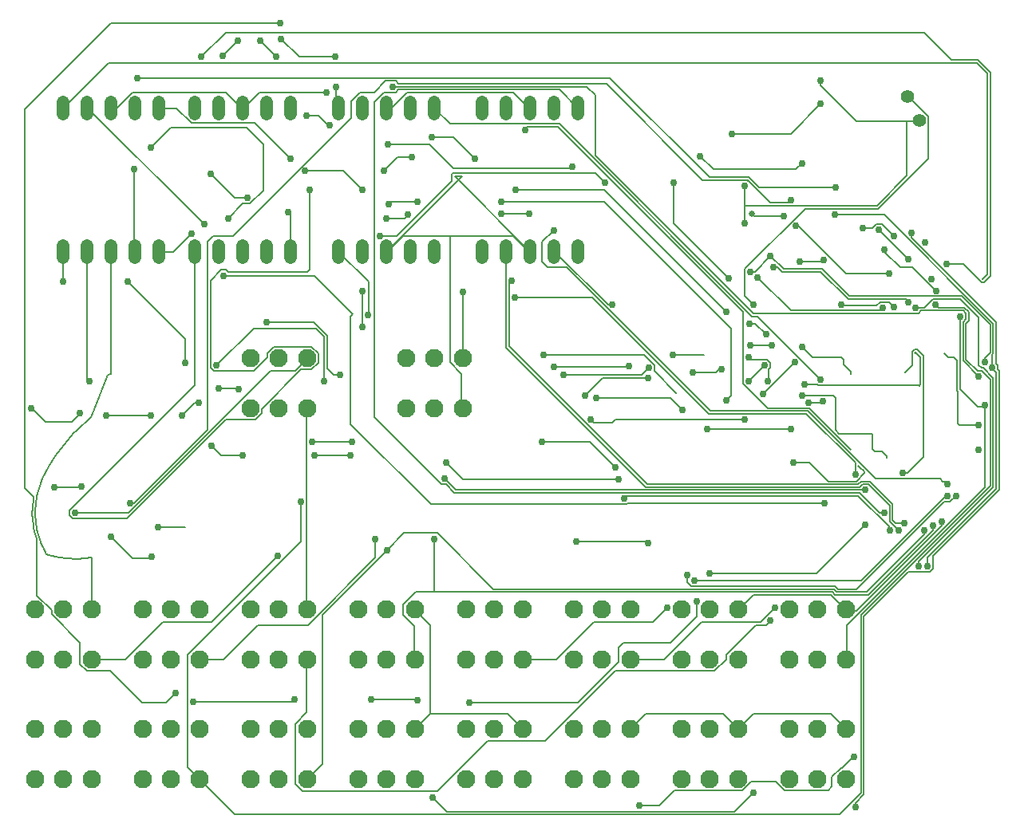
<source format=gbr>
G04 EAGLE Gerber RS-274X export*
G75*
%MOMM*%
%FSLAX34Y34*%
%LPD*%
%INBottom Copper*%
%IPPOS*%
%AMOC8*
5,1,8,0,0,1.08239X$1,22.5*%
G01*
%ADD10C,1.320800*%
%ADD11C,1.950000*%
%ADD12C,1.397000*%
%ADD13C,0.152400*%
%ADD14C,0.756400*%
%ADD15C,0.656400*%
%ADD16C,0.152400*%


D10*
X203200Y602996D02*
X203200Y616204D01*
X228600Y616204D02*
X228600Y602996D01*
X254000Y602996D02*
X254000Y616204D01*
X279400Y616204D02*
X279400Y602996D01*
X304800Y602996D02*
X304800Y616204D01*
X304800Y755396D02*
X304800Y768604D01*
X279400Y768604D02*
X279400Y755396D01*
X254000Y755396D02*
X254000Y768604D01*
X228600Y768604D02*
X228600Y755396D01*
X203200Y755396D02*
X203200Y768604D01*
X63500Y616204D02*
X63500Y602996D01*
X88900Y602996D02*
X88900Y616204D01*
X114300Y616204D02*
X114300Y602996D01*
X139700Y602996D02*
X139700Y616204D01*
X165100Y616204D02*
X165100Y602996D01*
X165100Y755396D02*
X165100Y768604D01*
X139700Y768604D02*
X139700Y755396D01*
X114300Y755396D02*
X114300Y768604D01*
X88900Y768604D02*
X88900Y755396D01*
X63500Y755396D02*
X63500Y768604D01*
D11*
X147800Y102700D03*
X177800Y102700D03*
X207800Y102700D03*
X147800Y49700D03*
X177800Y49700D03*
X207800Y49700D03*
X33500Y102700D03*
X63500Y102700D03*
X93500Y102700D03*
X33500Y49700D03*
X63500Y49700D03*
X93500Y49700D03*
D10*
X355600Y602996D02*
X355600Y616204D01*
X381000Y616204D02*
X381000Y602996D01*
X406400Y602996D02*
X406400Y616204D01*
X431800Y616204D02*
X431800Y602996D01*
X457200Y602996D02*
X457200Y616204D01*
X457200Y755396D02*
X457200Y768604D01*
X431800Y768604D02*
X431800Y755396D01*
X406400Y755396D02*
X406400Y768604D01*
X381000Y768604D02*
X381000Y755396D01*
X355600Y755396D02*
X355600Y768604D01*
X508000Y616204D02*
X508000Y602996D01*
X533400Y602996D02*
X533400Y616204D01*
X558800Y616204D02*
X558800Y602996D01*
X584200Y602996D02*
X584200Y616204D01*
X609600Y616204D02*
X609600Y602996D01*
X609600Y755396D02*
X609600Y768604D01*
X584200Y768604D02*
X584200Y755396D01*
X558800Y755396D02*
X558800Y768604D01*
X533400Y768604D02*
X533400Y755396D01*
X508000Y755396D02*
X508000Y768604D01*
D11*
X262100Y102700D03*
X292100Y102700D03*
X322100Y102700D03*
X262100Y49700D03*
X292100Y49700D03*
X322100Y49700D03*
X376400Y102700D03*
X406400Y102700D03*
X436400Y102700D03*
X376400Y49700D03*
X406400Y49700D03*
X436400Y49700D03*
X490700Y102700D03*
X520700Y102700D03*
X550700Y102700D03*
X490700Y49700D03*
X520700Y49700D03*
X550700Y49700D03*
X605000Y102700D03*
X635000Y102700D03*
X665000Y102700D03*
X605000Y49700D03*
X635000Y49700D03*
X665000Y49700D03*
X719300Y102700D03*
X749300Y102700D03*
X779300Y102700D03*
X719300Y49700D03*
X749300Y49700D03*
X779300Y49700D03*
X719300Y229700D03*
X749300Y229700D03*
X779300Y229700D03*
X719300Y176700D03*
X749300Y176700D03*
X779300Y176700D03*
X833600Y102700D03*
X863600Y102700D03*
X893600Y102700D03*
X833600Y49700D03*
X863600Y49700D03*
X893600Y49700D03*
X33500Y229700D03*
X63500Y229700D03*
X93500Y229700D03*
X33500Y176700D03*
X63500Y176700D03*
X93500Y176700D03*
X147800Y229700D03*
X177800Y229700D03*
X207800Y229700D03*
X147800Y176700D03*
X177800Y176700D03*
X207800Y176700D03*
X262100Y229700D03*
X292100Y229700D03*
X322100Y229700D03*
X262100Y176700D03*
X292100Y176700D03*
X322100Y176700D03*
X376400Y229700D03*
X406400Y229700D03*
X436400Y229700D03*
X376400Y176700D03*
X406400Y176700D03*
X436400Y176700D03*
X490700Y229700D03*
X520700Y229700D03*
X550700Y229700D03*
X490700Y176700D03*
X520700Y176700D03*
X550700Y176700D03*
X605000Y229700D03*
X635000Y229700D03*
X665000Y229700D03*
X605000Y176700D03*
X635000Y176700D03*
X665000Y176700D03*
X833600Y229700D03*
X863600Y229700D03*
X893600Y229700D03*
X833600Y176700D03*
X863600Y176700D03*
X893600Y176700D03*
X262100Y496400D03*
X292100Y496400D03*
X322100Y496400D03*
X262100Y443400D03*
X292100Y443400D03*
X322100Y443400D03*
X427200Y496400D03*
X457200Y496400D03*
X487200Y496400D03*
X427200Y443400D03*
X457200Y443400D03*
X487200Y443400D03*
D12*
X971550Y749300D03*
X958850Y774700D03*
D13*
X682752Y301752D02*
X684276Y300228D01*
X682752Y301752D02*
X608076Y301752D01*
X120396Y762000D02*
X114300Y762000D01*
X120396Y762000D02*
X137160Y778764D01*
X236220Y778764D01*
X252984Y762000D01*
X254000Y762000D01*
X867156Y786384D02*
X867156Y790956D01*
X867156Y786384D02*
X905256Y748284D01*
X958596Y748284D02*
X970788Y748284D01*
X958596Y748284D02*
X905256Y748284D01*
X970788Y748284D02*
X971550Y749300D01*
X428244Y778764D02*
X411480Y762000D01*
X428244Y778764D02*
X541020Y778764D01*
X557784Y762000D01*
X558800Y762000D01*
X786384Y679704D02*
X786384Y658368D01*
X786384Y640080D01*
X958596Y690372D02*
X958596Y748284D01*
X958596Y690372D02*
X926592Y658368D01*
X786384Y658368D01*
X271272Y778764D02*
X254508Y762000D01*
X271272Y778764D02*
X342900Y778764D01*
X254508Y762000D02*
X254000Y762000D01*
D14*
X684276Y300228D03*
X608076Y301752D03*
X867156Y790956D03*
X786384Y640080D03*
X786384Y679704D03*
X342900Y778764D03*
D13*
X406400Y762000D02*
X411480Y762000D01*
X480060Y356616D02*
X914400Y356616D01*
X480060Y356616D02*
X467868Y368808D01*
X213360Y638556D02*
X89916Y762000D01*
X88900Y762000D01*
D14*
X914400Y356616D03*
X467868Y368808D03*
X213360Y638556D03*
D13*
X534924Y118872D02*
X550164Y103632D01*
X534924Y118872D02*
X452628Y118872D01*
X437388Y103632D01*
X550164Y103632D02*
X550700Y102700D01*
X437388Y103632D02*
X436400Y102700D01*
X995172Y318516D02*
X995172Y323088D01*
X995172Y318516D02*
X905256Y228600D01*
X894588Y228600D01*
X893600Y229700D01*
X877824Y118872D02*
X893064Y103632D01*
X877824Y118872D02*
X795528Y118872D01*
X780288Y103632D01*
X893064Y103632D02*
X893600Y102700D01*
X780288Y103632D02*
X779300Y102700D01*
X893064Y230124D02*
X877824Y245364D01*
X795528Y245364D01*
X780288Y230124D01*
X893064Y230124D02*
X893600Y229700D01*
X780288Y230124D02*
X779300Y229700D01*
X763524Y118872D02*
X778764Y103632D01*
X763524Y118872D02*
X681228Y118872D01*
X665988Y103632D01*
X778764Y103632D02*
X779300Y102700D01*
X665988Y103632D02*
X665000Y102700D01*
X452628Y118872D02*
X452628Y213360D01*
X437388Y228600D01*
X436400Y229700D01*
X406908Y609600D02*
X423672Y626364D01*
X473964Y626364D02*
X541020Y626364D01*
X473964Y626364D02*
X423672Y626364D01*
X541020Y626364D02*
X557784Y609600D01*
X558800Y609600D01*
X960120Y774192D02*
X981456Y752856D01*
X981456Y708660D01*
X928116Y655320D01*
X850392Y655320D01*
X786384Y591312D01*
X786384Y562356D01*
X795528Y553212D01*
X958850Y774700D02*
X960120Y774192D01*
X486156Y480060D02*
X486156Y443484D01*
X486156Y480060D02*
X473964Y492252D01*
X473964Y626364D01*
X486156Y443484D02*
X487200Y443400D01*
X321564Y441960D02*
X321564Y230124D01*
X322100Y229700D01*
X321564Y441960D02*
X322100Y443400D01*
D14*
X995172Y323088D03*
X795528Y553212D03*
D13*
X486506Y689706D02*
X406400Y609600D01*
X114300Y609600D02*
X114300Y479845D01*
X478894Y689506D02*
X558800Y609600D01*
X93500Y285356D02*
X93500Y229700D01*
X482600Y690070D02*
X486506Y689706D01*
X482600Y690070D02*
X478894Y689506D01*
X114300Y479845D02*
X110994Y478476D01*
X95209Y439572D02*
X92995Y434116D01*
X95209Y439572D02*
X95209Y439572D01*
X110994Y478476D01*
X93500Y285356D02*
X78500Y283278D01*
X59461Y285243D02*
X48500Y287112D01*
X59461Y285243D02*
X67539Y284233D01*
X78500Y283278D01*
X48500Y287112D02*
X45405Y288402D01*
X77767Y419857D02*
X92995Y434116D01*
X77767Y419857D02*
X74633Y416678D01*
X54589Y392860D01*
X48096Y381090D02*
X41505Y369142D01*
X48096Y381090D02*
X54589Y392860D01*
X41505Y369142D02*
X40226Y365990D01*
X35342Y349870D01*
X33792Y333799D01*
X33815Y330665D01*
X35576Y314747D01*
X40629Y298877D01*
X41946Y295762D01*
X45405Y288402D01*
X989076Y553212D02*
X992124Y550164D01*
X1019556Y550164D01*
X1024128Y545592D01*
X1024128Y536448D01*
X1021080Y533400D01*
X1021080Y495300D01*
X1033272Y483108D01*
X1037844Y483108D01*
X1046988Y473964D01*
X1046988Y361188D01*
X909828Y224028D01*
X909828Y35052D01*
X886968Y12192D01*
X245364Y12192D01*
X208788Y48768D01*
X207800Y49700D01*
D14*
X989076Y553212D03*
D13*
X315468Y344424D02*
X315468Y301752D01*
X195072Y181356D01*
X195072Y62484D01*
X207264Y50292D01*
X207800Y49700D01*
D14*
X315468Y344424D03*
D13*
X387350Y577850D02*
X355600Y609600D01*
X387350Y577850D02*
X387350Y542290D01*
X387124Y542290D01*
D14*
X387124Y542290D03*
X573251Y499591D03*
D13*
X690598Y482882D02*
X713740Y459740D01*
X690598Y482882D02*
X690598Y488924D01*
X679931Y499591D02*
X573251Y499591D01*
X679931Y499591D02*
X690598Y488924D01*
D14*
X869950Y600710D03*
D13*
X868680Y599440D01*
X844550Y599440D01*
D14*
X844550Y599440D03*
D13*
X807720Y489204D02*
X790956Y472440D01*
X684276Y475488D02*
X635508Y475488D01*
X617220Y457200D01*
X233172Y176784D02*
X208788Y176784D01*
X233172Y176784D02*
X269748Y213360D01*
X323088Y213360D01*
X394716Y284988D01*
X394716Y304800D01*
X208788Y176784D02*
X207800Y176700D01*
D14*
X807720Y489204D03*
X790956Y472440D03*
X684276Y475488D03*
X617220Y457200D03*
X394716Y304800D03*
D13*
X967740Y550164D02*
X976884Y550164D01*
X986028Y559308D01*
X1014984Y559308D01*
X1034796Y539496D01*
X1034796Y489204D01*
X1037844Y486156D01*
X1039368Y486156D01*
X1050036Y475488D01*
X1050036Y359664D01*
X970788Y280416D01*
X970788Y275844D01*
X321564Y175260D02*
X321564Y120396D01*
X309372Y108204D01*
X309372Y44196D01*
X316992Y36576D01*
X460248Y36576D01*
X513588Y89916D01*
X574548Y89916D01*
X649224Y164592D01*
X754380Y164592D01*
X766572Y176784D01*
X766572Y181356D01*
X798576Y213360D01*
X809244Y213360D01*
X813816Y217932D01*
X322100Y176700D02*
X321564Y175260D01*
D14*
X967740Y550164D03*
X970788Y275844D03*
X813816Y217932D03*
D13*
X806196Y458724D02*
X839724Y492252D01*
X786384Y431292D02*
X649224Y431292D01*
X646176Y428244D01*
X626364Y428244D01*
X623316Y431292D01*
X129540Y176784D02*
X94488Y176784D01*
X129540Y176784D02*
X169164Y216408D01*
X220980Y216408D01*
X291084Y286512D01*
X94488Y176784D02*
X93500Y176700D01*
D14*
X839724Y492252D03*
X806196Y458724D03*
X786384Y431292D03*
X623316Y431292D03*
X291084Y286512D03*
D13*
X832104Y661416D02*
X835152Y664464D01*
X832104Y661416D02*
X813816Y661416D01*
X790321Y684911D02*
X789432Y685800D01*
X790321Y684911D02*
X813816Y661416D01*
X620268Y787908D02*
X419100Y787908D01*
X416052Y790956D01*
X405384Y790956D01*
X393192Y778764D01*
X377952Y778764D01*
X368808Y769620D01*
X368808Y751332D01*
X243840Y626364D01*
X222504Y626364D01*
X216408Y620268D01*
X216408Y420624D01*
X138684Y342900D01*
X134112Y342900D01*
D14*
X835152Y664464D03*
X134112Y342900D03*
D13*
X789759Y684911D02*
X790321Y684911D01*
X789759Y684911D02*
X788898Y685772D01*
X741708Y685772D01*
X639572Y787908D02*
X620268Y787908D01*
X639572Y787908D02*
X741708Y685772D01*
X894588Y213360D02*
X894588Y176784D01*
X894588Y213360D02*
X1040892Y359664D01*
X1040892Y445008D01*
X1014984Y463296D02*
X1014984Y541020D01*
X1014984Y463296D02*
X1033272Y445008D01*
X1040892Y445008D01*
X1040892Y446532D01*
D14*
X1040892Y446532D03*
X1014984Y541020D03*
D13*
X894588Y176784D02*
X893600Y176700D01*
X1048512Y486156D02*
X1048512Y499872D01*
X1050036Y501396D01*
X1050036Y533400D01*
X934212Y649224D01*
X882396Y649224D01*
X701040Y176784D02*
X665988Y176784D01*
X701040Y176784D02*
X740664Y216408D01*
X803148Y216408D01*
X818388Y231648D01*
X979932Y275844D02*
X979932Y284988D01*
X1053084Y358140D01*
X1053084Y481584D01*
X1048512Y486156D01*
D14*
X1048512Y486156D03*
X882396Y649224D03*
X818388Y231648D03*
X979932Y275844D03*
D13*
X665988Y176784D02*
X665000Y176700D01*
X1040892Y492252D02*
X1040892Y496824D01*
X1046988Y502920D01*
X1046988Y531876D01*
X1016508Y562356D01*
X897636Y562356D01*
X868680Y591312D01*
X827532Y591312D01*
X813816Y605028D01*
D14*
X1040892Y492252D03*
X813816Y605028D03*
D13*
X487680Y566928D02*
X487680Y496824D01*
X792480Y588264D02*
X797052Y588264D01*
X813816Y605028D01*
D14*
X487680Y566928D03*
X792480Y588264D03*
D13*
X487680Y496824D02*
X487200Y496400D01*
X1018032Y493776D02*
X1034796Y477012D01*
X1018032Y501650D02*
X1018032Y534924D01*
X1018032Y501650D02*
X1018032Y493776D01*
X1018032Y534924D02*
X1021080Y537972D01*
X1021080Y544068D01*
X1018032Y547116D01*
X973836Y547116D01*
X970788Y544068D01*
X795528Y544068D01*
X627888Y711708D01*
X627888Y775716D01*
X618744Y784860D01*
X413004Y784860D01*
X132588Y332232D02*
X76200Y332232D01*
X132588Y332232D02*
X283464Y483108D01*
X309372Y483108D01*
X321564Y495300D01*
X322100Y496400D01*
D14*
X1034796Y477012D03*
X413004Y784860D03*
X76200Y332232D03*
D13*
X998220Y365760D02*
X1001268Y362712D01*
X998220Y365760D02*
X996696Y365760D01*
X993648Y368808D01*
X925068Y368808D01*
X853440Y440436D01*
X749808Y440436D01*
X597408Y592836D01*
X577596Y592836D01*
X571500Y598932D01*
X571500Y620268D01*
X583692Y632460D01*
D14*
X1001268Y362712D03*
X583692Y632460D03*
D13*
X586740Y176784D02*
X551688Y176784D01*
X586740Y176784D02*
X626364Y216408D01*
X688848Y216408D01*
X704088Y231648D01*
X733044Y260604D02*
X909828Y260604D01*
X999744Y350520D01*
X1001268Y350520D01*
D14*
X704088Y231648D03*
X733044Y260604D03*
X1001268Y350520D03*
D13*
X551688Y176784D02*
X550700Y176700D01*
X775716Y15240D02*
X795528Y35052D01*
X775716Y15240D02*
X470916Y15240D01*
X455676Y30480D01*
D14*
X795528Y35052D03*
X455676Y30480D03*
D13*
X976884Y309372D02*
X976884Y313944D01*
X976884Y309372D02*
X915924Y248412D01*
X883920Y248412D01*
X880872Y251460D01*
X519684Y251460D01*
X460248Y310896D01*
X425196Y310896D01*
X406908Y292608D02*
X338328Y224028D01*
X406908Y292608D02*
X425196Y310896D01*
X338328Y224028D02*
X338328Y65532D01*
X323088Y50292D01*
X322100Y49700D01*
D14*
X976884Y313944D03*
X406908Y292608D03*
D13*
X986028Y313944D02*
X986028Y318516D01*
X986028Y313944D02*
X917448Y245364D01*
X882396Y245364D01*
X879348Y248412D01*
X457200Y248412D02*
X437388Y248412D01*
X457200Y248412D02*
X879348Y248412D01*
X437388Y248412D02*
X423672Y234696D01*
X423672Y224028D01*
X435864Y211836D01*
X435864Y176784D01*
X436400Y176700D01*
X457200Y248412D02*
X457200Y304800D01*
D14*
X986028Y318516D03*
X457200Y304800D03*
D13*
X800100Y582168D02*
X835152Y547116D01*
X929640Y547116D01*
X932688Y550164D01*
D14*
X800100Y582168D03*
X932688Y550164D03*
D13*
X355600Y762000D02*
X353060Y764540D01*
X353060Y784860D01*
D14*
X353060Y784860D03*
X351790Y816610D03*
D13*
X313690Y816610D01*
X294640Y835660D01*
D14*
X294640Y835660D03*
X293370Y852170D03*
D13*
X114300Y852170D01*
X23142Y761012D01*
X32059Y349546D02*
X32220Y349245D01*
X30862Y335168D01*
X30735Y335039D01*
X30743Y333935D01*
X30637Y332835D01*
X30768Y330486D02*
X30776Y329381D01*
X30904Y329254D01*
X32445Y315328D01*
X32289Y315025D01*
X32580Y314111D01*
X32685Y313157D01*
X32951Y312944D01*
X35560Y304751D01*
X81464Y171715D02*
X88515Y164664D01*
X113466Y164664D02*
X147320Y130810D01*
X113466Y164664D02*
X88515Y164664D01*
X30646Y332823D02*
X30637Y332835D01*
X35560Y304751D02*
X35560Y244662D01*
X81464Y194715D02*
X81464Y171715D01*
X81464Y194715D02*
X51464Y224715D01*
X32059Y349546D02*
X23142Y358463D01*
X35560Y244662D02*
X51464Y228758D01*
X51464Y224715D01*
X30646Y330608D02*
X30646Y332823D01*
X30646Y330608D02*
X30768Y330486D01*
X23142Y358463D02*
X23142Y761012D01*
X147320Y130810D02*
X172720Y130810D01*
X182880Y140970D01*
D14*
X182880Y140970D03*
X201140Y132080D03*
D13*
X308610Y132080D01*
X309880Y133350D01*
X309245Y133985D01*
D14*
X309245Y133985D03*
X389890Y134620D03*
D13*
X438150Y134620D01*
X439420Y133350D01*
D14*
X439420Y133350D03*
X494030Y130810D03*
D13*
X609600Y130810D01*
X652780Y173990D01*
X652780Y189230D01*
X657860Y194310D01*
X707390Y194310D01*
X735330Y222250D01*
X735330Y238760D01*
D14*
X735330Y238760D03*
X749300Y267970D03*
D13*
X862330Y267970D01*
X914400Y320040D01*
D14*
X914400Y320040D03*
X953908Y374876D03*
D13*
X959076Y374876D01*
X966477Y505968D02*
X969003Y505968D01*
X975868Y499103D01*
X966477Y505968D02*
X964057Y503548D01*
X964057Y489077D02*
X956310Y481330D01*
X964057Y489077D02*
X964057Y503548D01*
X975868Y499103D02*
X975868Y391668D01*
X959076Y374876D01*
D14*
X381000Y567690D03*
D13*
X381000Y529590D01*
D14*
X381000Y529590D03*
X584200Y487680D03*
D13*
X661670Y487680D01*
X662940Y488950D01*
X663575Y488315D01*
D14*
X663575Y488315D03*
X709930Y500380D03*
D13*
X742950Y500380D01*
X800100Y541020D02*
X867156Y473964D01*
X800100Y541020D02*
X794004Y541020D01*
X589788Y745236D01*
X473964Y745236D01*
X457200Y762000D01*
D14*
X867156Y473964D03*
X454660Y731520D03*
D13*
X477520Y731520D01*
X500380Y708660D01*
D14*
X500380Y708660D03*
X543560Y675640D03*
D13*
X637540Y675640D01*
X767080Y546100D01*
D14*
X767080Y546100D03*
X792480Y510540D03*
X792480Y510540D03*
D13*
X815340Y510540D01*
D14*
X815340Y510540D03*
X847625Y508735D03*
D13*
X858520Y497840D01*
X889000Y497840D01*
X891540Y495300D01*
X891540Y490220D02*
X899160Y482600D01*
X899160Y480060D01*
X891540Y490220D02*
X891540Y495300D01*
X111760Y810260D02*
X63500Y762000D01*
X111760Y810260D02*
X1022350Y810260D01*
X1032510Y810260D01*
X1043940Y798830D01*
X1043940Y779780D01*
X1043940Y585470D01*
X1038860Y580390D01*
D14*
X939800Y586740D03*
D13*
X894080Y586740D01*
X843280Y637540D02*
X840740Y637540D01*
X843280Y637540D02*
X894080Y586740D01*
D14*
X840740Y637540D03*
X828040Y647700D03*
D13*
X796290Y647700D01*
X793750Y650240D01*
D15*
X793750Y650240D03*
D14*
X557530Y650240D03*
D13*
X528320Y650240D01*
D14*
X528320Y650240D03*
X429260Y648970D03*
D13*
X425450Y645160D01*
X406400Y645160D01*
D14*
X406400Y645160D03*
X199390Y628650D03*
D13*
X180340Y609600D01*
X165100Y609600D01*
D14*
X142240Y793750D03*
D13*
X403867Y793750D01*
X404121Y794004D01*
X643636Y794004D01*
X748792Y688848D02*
X790695Y688848D01*
X801363Y678180D02*
X882650Y678180D01*
X801363Y678180D02*
X790695Y688848D01*
D14*
X882650Y678180D03*
D13*
X748792Y688848D02*
X643636Y794004D01*
X184024Y762000D02*
X165100Y762000D01*
X266954Y746506D02*
X304800Y708660D01*
X199518Y746506D02*
X184024Y762000D01*
X199518Y746506D02*
X266954Y746506D01*
D14*
X304800Y708660D03*
X320040Y695960D03*
D13*
X360680Y695960D01*
X381000Y675640D01*
D14*
X381000Y675640D03*
X408940Y660400D03*
D13*
X411480Y662940D01*
X439420Y662940D01*
D14*
X439420Y662940D03*
X528320Y662940D03*
D13*
X637540Y662940D01*
X772160Y528320D01*
X772160Y457200D01*
X767080Y452120D01*
D14*
X767080Y452120D03*
X838200Y386080D03*
D13*
X854710Y386080D01*
X875030Y365760D01*
X904694Y365760D02*
X913388Y374454D01*
X913388Y376178D01*
X908565Y381000D01*
X908050Y381000D01*
X906780Y382270D01*
X904694Y365760D02*
X875030Y365760D01*
D14*
X871220Y342900D03*
X871220Y342900D03*
D13*
X662378Y342900D01*
X660882Y341404D01*
X453616Y341404D01*
X368300Y426720D01*
X368300Y541020D01*
X370840Y543560D01*
X330200Y584200D02*
X233680Y584200D01*
X330200Y584200D02*
X370840Y543560D01*
D14*
X233680Y584200D03*
X238760Y645160D03*
D13*
X254282Y660682D01*
X261594Y660682D01*
X275590Y674679D01*
X177800Y741680D02*
X156210Y720090D01*
D14*
X156210Y720090D03*
X138430Y697230D03*
D13*
X138430Y610870D01*
X139700Y609600D01*
X275590Y674679D02*
X275590Y723900D01*
X257810Y741680D01*
X177800Y741680D01*
D14*
X652780Y368300D03*
X652780Y368300D03*
D13*
X487680Y368300D01*
X469900Y386080D01*
D14*
X469900Y386080D03*
X368300Y393700D03*
D13*
X330200Y393700D01*
X327660Y393700D01*
D14*
X330200Y393700D03*
X254000Y393700D03*
D13*
X231140Y393700D01*
X220980Y403860D01*
X218440Y406400D01*
D14*
X220980Y403860D03*
X91440Y472440D03*
D13*
X88900Y474980D01*
X88900Y609600D01*
X63500Y609600D02*
X63500Y577850D01*
D14*
X63500Y577850D03*
X132080Y577850D03*
D13*
X193040Y516890D01*
X193040Y491490D01*
D14*
X193040Y491490D03*
X226060Y488950D03*
D13*
X265430Y528320D01*
X331470Y528320D01*
X340360Y519430D01*
X340360Y472440D01*
D14*
X340360Y472440D03*
X628650Y454660D03*
D13*
X707390Y454660D01*
X720090Y441960D01*
D14*
X720090Y441960D03*
X746760Y421640D03*
D13*
X835660Y421640D01*
D14*
X835660Y421640D03*
X847090Y457200D03*
D13*
X880110Y457200D01*
X882650Y454660D02*
X882650Y420109D01*
X920750Y416560D02*
X922020Y415290D01*
X922020Y400050D01*
X924560Y397510D01*
X932180Y397510D02*
X937260Y392430D01*
X937260Y391160D01*
X882650Y454660D02*
X880110Y457200D01*
X882650Y420109D02*
X886199Y416560D01*
X920750Y416560D01*
X924560Y397510D02*
X932180Y397510D01*
D14*
X960120Y601980D03*
D13*
X929005Y633095D01*
X928370Y633730D01*
D14*
X929005Y633095D03*
X219710Y692150D03*
D13*
X245110Y666750D01*
X259080Y666750D01*
D14*
X259080Y666750D03*
X302260Y651228D03*
D13*
X304800Y648688D01*
X304800Y609600D01*
D14*
X984250Y580390D03*
X210185Y816328D03*
D13*
X235867Y842010D01*
X1037597Y577342D02*
X1040123Y577342D01*
X1046988Y800093D02*
X1033773Y813308D01*
X1046988Y800093D02*
X1046988Y584207D01*
X1040123Y577342D01*
X1033773Y813308D02*
X1005332Y813308D01*
X1018039Y596900D02*
X1037597Y577342D01*
X1018039Y596900D02*
X1000760Y596900D01*
X998220Y596900D01*
X976630Y842010D02*
X235867Y842010D01*
X976630Y842010D02*
X1005332Y813308D01*
D14*
X1000760Y596900D03*
X232410Y817880D03*
D13*
X247650Y833120D01*
X248920Y833120D01*
X248787Y833253D01*
X248671Y833253D01*
D14*
X248671Y833253D03*
X29210Y443230D03*
D13*
X30480Y443230D01*
X44450Y429260D01*
X72390Y429260D01*
X80010Y436880D01*
X80010Y438150D01*
X81280Y438150D01*
D14*
X81280Y438150D03*
X109220Y435610D03*
D13*
X156210Y435610D01*
D14*
X156210Y435610D03*
X189230Y435610D03*
D13*
X203200Y449580D01*
X207010Y449580D01*
D14*
X207010Y449580D03*
X228600Y464820D03*
D13*
X246380Y464820D01*
X247650Y463550D01*
X249908Y463550D01*
D14*
X249908Y463550D03*
X327632Y407670D03*
D13*
X369570Y407670D01*
D14*
X369570Y407670D03*
X571500Y407670D03*
D13*
X622300Y407670D01*
X648970Y381000D01*
X649196Y381000D01*
D14*
X649196Y381000D03*
X854031Y449552D03*
D13*
X866112Y449552D01*
X867692Y451132D02*
X869614Y451132D01*
D14*
X869614Y451132D03*
D13*
X867692Y451132D02*
X866112Y449552D01*
D14*
X289560Y816610D03*
D13*
X272917Y833253D01*
X272415Y833253D01*
D14*
X272415Y833253D03*
X674370Y21308D03*
D13*
X695678Y21308D01*
X712034Y37664D01*
X793612Y46990D02*
X819289Y46990D01*
X793612Y46990D02*
X784286Y37664D01*
X712034Y37664D01*
X868586Y37664D02*
X869022Y38100D01*
X875030Y38100D01*
X828615Y37664D02*
X819289Y46990D01*
X828615Y37664D02*
X868586Y37664D01*
X875030Y38100D02*
X878840Y41910D01*
X888615Y61736D02*
X889776Y61736D01*
X901700Y73660D01*
X878840Y51962D02*
X878840Y41910D01*
X878840Y51962D02*
X888615Y61736D01*
X901700Y73660D02*
X902335Y73025D01*
D14*
X902335Y73025D03*
X1034824Y425792D03*
D13*
X1014388Y425792D01*
X1012825Y427355D01*
X1012190Y427990D01*
X1012825Y427355D02*
X1012825Y461144D01*
X1011936Y462033D01*
X1002030Y497840D02*
X998220Y501650D01*
X1011936Y494284D02*
X1011936Y462033D01*
X1011936Y494284D02*
X1008380Y497840D01*
X1002030Y497840D01*
D14*
X989330Y567690D03*
D13*
X963930Y593090D01*
X951230Y593090D01*
X934720Y609600D01*
X934720Y612140D01*
D14*
X934720Y612140D03*
X944880Y626110D03*
D13*
X922329Y635000D02*
X911860Y635000D01*
X922329Y635000D02*
X926492Y639163D01*
X931827Y639163D02*
X944880Y626110D01*
X931827Y639163D02*
X926492Y639163D01*
D14*
X911860Y635000D03*
X847090Y703580D03*
D13*
X840740Y697230D01*
X753110Y697230D02*
X739140Y711200D01*
D14*
X739140Y711200D03*
X433070Y709930D03*
D13*
X417830Y709930D01*
X403860Y695960D01*
D14*
X403860Y695960D03*
X325120Y675640D03*
D13*
X325120Y590550D01*
X322580Y588010D01*
X238452Y588010D02*
X236194Y590268D01*
X231167Y590268D01*
X287115Y508436D02*
X280064Y501386D01*
X327086Y508436D02*
X334136Y501386D01*
X334136Y491415D01*
X327086Y484364D01*
X274136Y438415D02*
X267086Y431364D01*
X73687Y326164D02*
X70132Y329719D01*
X70132Y334746D01*
X236031Y431364D02*
X267086Y431364D01*
X219992Y579094D02*
X231167Y590268D01*
X219992Y579094D02*
X219992Y486437D01*
X223547Y482882D01*
X265604Y482882D01*
X280064Y497343D01*
X280064Y501386D01*
X236031Y431364D02*
X130831Y326164D01*
X73687Y326164D01*
X316043Y484364D02*
X327086Y484364D01*
X316043Y484364D02*
X274136Y442458D01*
X274136Y438415D01*
X287115Y508436D02*
X327086Y508436D01*
X203200Y467814D02*
X70132Y334746D01*
X753110Y697230D02*
X840740Y697230D01*
X322580Y588010D02*
X238452Y588010D01*
X203200Y609600D02*
X203200Y467814D01*
D14*
X279400Y534670D03*
D13*
X343408Y520693D02*
X343408Y485902D01*
X329431Y534670D02*
X279400Y534670D01*
X329431Y534670D02*
X343408Y520693D01*
X350520Y478790D02*
X356870Y478790D01*
D14*
X356870Y478790D03*
X594360Y478790D03*
D13*
X676910Y478790D01*
X684530Y486410D01*
D14*
X684530Y486410D03*
X731520Y481556D03*
D13*
X755876Y481556D01*
X759460Y485140D01*
X762000Y485140D01*
D14*
X762000Y485140D03*
X790928Y497840D03*
D13*
X810234Y495272D02*
X813788Y491718D01*
X813788Y486691D01*
X793496Y495272D02*
X790928Y497840D01*
X811530Y484433D02*
X813788Y486691D01*
X810234Y495272D02*
X793496Y495272D01*
X811530Y484433D02*
X811530Y472440D01*
X811387Y472440D01*
X811359Y472468D01*
D14*
X811359Y472468D03*
X849630Y468630D03*
D13*
X863909Y468630D01*
X864643Y467896D01*
X971014Y467896D02*
X971550Y467360D01*
X971014Y467896D02*
X864643Y467896D01*
X971550Y467360D02*
X972820Y468630D01*
X972820Y497840D02*
X967740Y502920D01*
X967105Y502285D01*
X967740Y501650D01*
X350520Y478790D02*
X343408Y485902D01*
X972820Y497840D02*
X972820Y468630D01*
D14*
X321310Y754380D03*
D13*
X334010Y754380D01*
X345440Y742950D01*
X346075Y743585D01*
D14*
X346075Y743585D03*
X407670Y723900D03*
D13*
X452120Y723900D01*
X477520Y698500D01*
X600710Y698500D02*
X601980Y699770D01*
X602968Y699770D01*
X603250Y699488D01*
D14*
X603250Y699488D03*
D13*
X600710Y698500D02*
X477520Y698500D01*
D14*
X711200Y683260D03*
D13*
X711200Y640080D01*
D14*
X769620Y581660D03*
X791210Y533400D03*
D13*
X797560Y533400D01*
X808990Y521970D01*
D14*
X808990Y521970D03*
D13*
X769620Y581660D02*
X711200Y640080D01*
D14*
X944880Y551180D03*
D13*
X926393Y552450D02*
X889000Y552450D01*
X926393Y552450D02*
X930175Y556232D01*
X939828Y556232D02*
X944880Y551180D01*
X939828Y556232D02*
X930175Y556232D01*
X889000Y553184D02*
X889000Y552450D01*
D14*
X889000Y553184D03*
D13*
X417576Y626364D02*
X399288Y626364D01*
X417576Y626364D02*
X475488Y684276D01*
X475488Y691896D01*
X477012Y693420D01*
X627888Y693420D01*
X638556Y682752D01*
X816864Y592836D02*
X821436Y592836D01*
X826008Y588264D01*
X867156Y588264D01*
X896112Y559308D01*
X957072Y559308D01*
X960120Y556260D01*
D14*
X399288Y626364D03*
X638556Y682752D03*
X816864Y592836D03*
X960120Y556260D03*
X53694Y359056D03*
D13*
X80926Y359056D01*
X82550Y360680D01*
D14*
X82550Y360680D03*
X114300Y307340D03*
D13*
X137160Y284480D01*
X156210Y284480D02*
X157480Y285750D01*
D14*
X157480Y285750D03*
D13*
X156210Y284480D02*
X137160Y284480D01*
D14*
X163800Y317500D03*
D13*
X191770Y317500D01*
X193040Y317500D01*
D16*
X191770Y317500D03*
D13*
X963168Y624840D02*
X963168Y629412D01*
X963168Y624840D02*
X1053084Y534924D01*
X1053084Y490728D01*
X1054608Y489204D01*
X1054608Y484632D01*
X1056132Y483108D01*
X1056132Y356616D01*
X986028Y286512D01*
X986028Y272796D01*
X982980Y269748D01*
X960120Y269748D01*
X912876Y222504D01*
X912876Y33528D01*
X903732Y24384D01*
X903732Y19812D01*
D14*
X963168Y629412D03*
X903732Y19812D03*
D13*
X725424Y259080D02*
X725424Y266700D01*
X725424Y259080D02*
X729996Y254508D01*
X882396Y254508D01*
X885444Y251460D01*
X905256Y251460D01*
X998220Y344424D01*
X1004316Y344424D01*
X1010412Y350520D01*
D14*
X725424Y266700D03*
X1010412Y350520D03*
D13*
X903732Y373380D02*
X903732Y385572D01*
X851916Y437388D01*
X748284Y437388D01*
X624840Y560832D01*
X542544Y560832D01*
D14*
X903732Y373380D03*
X542544Y560832D03*
D13*
X854964Y443484D02*
X899160Y399288D01*
X854964Y443484D02*
X810768Y443484D01*
X784860Y469392D01*
X784860Y545592D01*
X588264Y742188D01*
X556260Y742188D01*
X553212Y739140D01*
D14*
X1034796Y399288D03*
X553212Y739140D03*
D13*
X772668Y734568D02*
X835152Y734568D01*
X867156Y766572D01*
D14*
X772668Y734568D03*
X867156Y766572D03*
D13*
X609600Y762000D02*
X589788Y781812D01*
X419100Y781812D01*
X416052Y778764D01*
X403860Y778764D01*
X393192Y768096D01*
X393192Y434340D01*
X464820Y362712D01*
X469392Y362712D01*
X478536Y353568D01*
X908304Y353568D01*
X929640Y332232D01*
X934212Y332232D01*
D14*
X934212Y332232D03*
D13*
X539496Y579120D02*
X536448Y576072D01*
X536448Y509016D01*
X682752Y362712D01*
X906780Y362712D01*
X909828Y365760D01*
X918972Y365760D01*
X943356Y341376D01*
X943356Y324612D01*
X946404Y321564D01*
X955548Y321564D01*
D14*
X539496Y579120D03*
X955548Y321564D03*
D13*
X533400Y507492D02*
X533400Y609600D01*
X533400Y507492D02*
X681228Y359664D01*
X908304Y359664D01*
X911352Y362712D01*
X917448Y362712D01*
X940308Y339852D01*
X940308Y323088D01*
X949452Y313944D01*
D14*
X949452Y313944D03*
D13*
X641604Y553212D02*
X585216Y609600D01*
X641604Y553212D02*
X646176Y553212D01*
X661416Y350520D02*
X658368Y347472D01*
X661416Y350520D02*
X906780Y350520D01*
X940308Y316992D01*
X940308Y313944D01*
X585216Y609600D02*
X584200Y609600D01*
D14*
X646176Y553212D03*
X658368Y347472D03*
X940308Y313944D03*
X977900Y619760D03*
M02*

</source>
